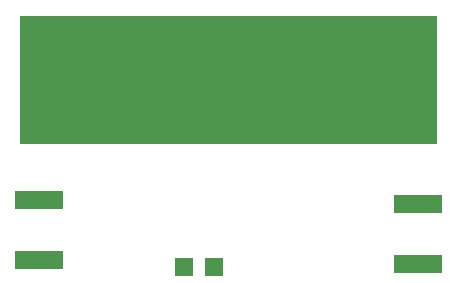
<source format=gbs>
G04 DipTrace Beta 2.3.5.2*
%IN7W_Booster.GBS*%
%MOIN*%
%ADD31R,0.16X0.06*%
%ADD39C,0.044*%
%ADD41R,0.0631X0.0631*%
%ADD49C,0.2009*%
%FSLAX44Y44*%
G04*
G70*
G90*
G75*
G01*
%LNBotMask*%
%LPD*%
D39*
X4500Y6000D3*
X5000D3*
X5500D3*
X6000D3*
X6500D3*
X7000D3*
X7500D3*
X8000D3*
X8500D3*
X9000D3*
X9500D3*
X10000D3*
X4500Y5500D3*
X5000D3*
X5500D3*
X6000D3*
X6500D3*
X7000D3*
X7500D3*
X8000D3*
X8500D3*
X9000D3*
X9500D3*
X10000D3*
X4500Y7000D3*
X5000D3*
X5500D3*
X6000D3*
X6500D3*
X7000D3*
X7500D3*
X8000D3*
X8500D3*
X9000D3*
X9500D3*
X10000D3*
X4500Y6500D3*
X5000D3*
X5500D3*
X6000D3*
X6500D3*
X7000D3*
X7500D3*
X8000D3*
X8500D3*
X9000D3*
X9500D3*
X10000D3*
X4500Y8000D3*
X5000D3*
X5500D3*
X6000D3*
X6500D3*
X7000D3*
X7500D3*
X8000D3*
X8500D3*
X9000D3*
X9500D3*
X10000D3*
X4500Y7500D3*
X5000D3*
X5500D3*
X6000D3*
X6500D3*
X7000D3*
X7500D3*
X8000D3*
X8500D3*
X9000D3*
X9500D3*
X10000D3*
D49*
X2012Y6622D3*
X12406D3*
D31*
X1000Y1000D3*
Y3000D3*
X13625Y875D3*
Y2875D3*
D41*
X6840Y775D3*
X5840D3*
G36*
X375Y9125D2*
X14250D1*
Y4875D1*
X375D1*
Y9125D1*
G37*
M02*

</source>
